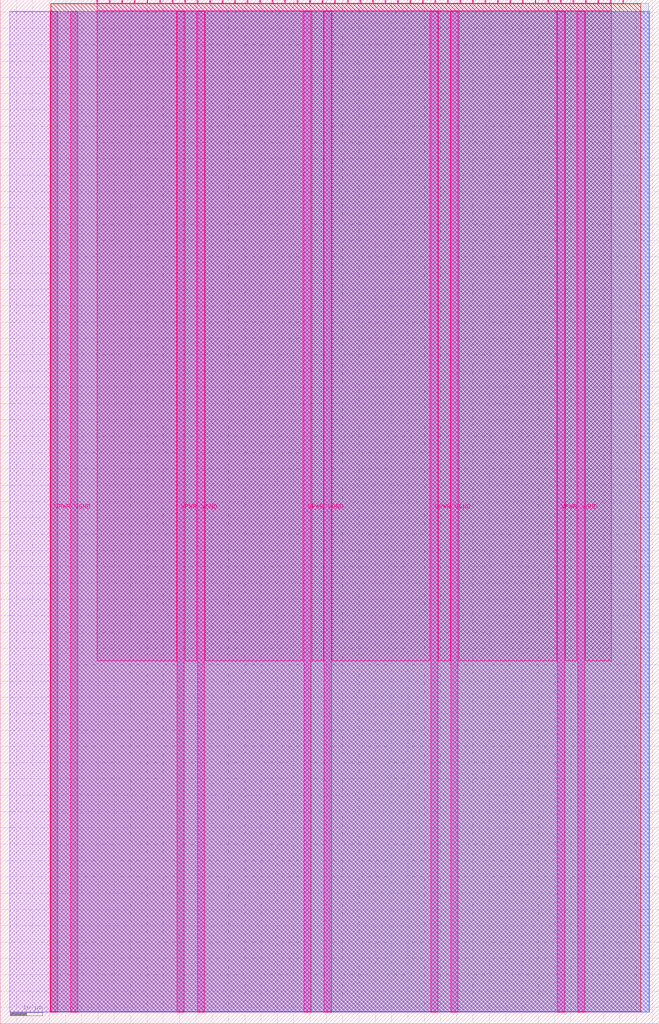
<source format=lef>
VERSION 5.7 ;
  NOWIREEXTENSIONATPIN ON ;
  DIVIDERCHAR "/" ;
  BUSBITCHARS "[]" ;
MACRO tt_um_stochastic_addmultiply_CL123abc
  CLASS BLOCK ;
  FOREIGN tt_um_stochastic_addmultiply_CL123abc ;
  ORIGIN 0.000 0.000 ;
  SIZE 202.080 BY 313.740 ;
  PIN VGND
    DIRECTION INOUT ;
    USE GROUND ;
    PORT
      LAYER Metal5 ;
        RECT 21.580 3.560 23.780 310.180 ;
    END
    PORT
      LAYER Metal5 ;
        RECT 60.450 3.560 62.650 310.180 ;
    END
    PORT
      LAYER Metal5 ;
        RECT 99.320 3.560 101.520 310.180 ;
    END
    PORT
      LAYER Metal5 ;
        RECT 138.190 3.560 140.390 310.180 ;
    END
    PORT
      LAYER Metal5 ;
        RECT 177.060 3.560 179.260 310.180 ;
    END
  END VGND
  PIN VPWR
    DIRECTION INOUT ;
    USE POWER ;
    PORT
      LAYER Metal5 ;
        RECT 15.380 3.560 17.580 310.180 ;
    END
    PORT
      LAYER Metal5 ;
        RECT 54.250 3.560 56.450 310.180 ;
    END
    PORT
      LAYER Metal5 ;
        RECT 93.120 3.560 95.320 310.180 ;
    END
    PORT
      LAYER Metal5 ;
        RECT 131.990 3.560 134.190 310.180 ;
    END
    PORT
      LAYER Metal5 ;
        RECT 170.860 3.560 173.060 310.180 ;
    END
  END VPWR
  PIN clk
    DIRECTION INPUT ;
    USE SIGNAL ;
    ANTENNAGATEAREA 0.213200 ;
    PORT
      LAYER Metal5 ;
        RECT 187.050 312.740 187.350 313.740 ;
    END
  END clk
  PIN ena
    DIRECTION INPUT ;
    USE SIGNAL ;
    PORT
      LAYER Metal5 ;
        RECT 190.890 312.740 191.190 313.740 ;
    END
  END ena
  PIN rst_n
    DIRECTION INPUT ;
    USE SIGNAL ;
    ANTENNAGATEAREA 0.213200 ;
    PORT
      LAYER Metal5 ;
        RECT 183.210 312.740 183.510 313.740 ;
    END
  END rst_n
  PIN ui_in[0]
    DIRECTION INPUT ;
    USE SIGNAL ;
    ANTENNAGATEAREA 0.180700 ;
    PORT
      LAYER Metal5 ;
        RECT 179.370 312.740 179.670 313.740 ;
    END
  END ui_in[0]
  PIN ui_in[1]
    DIRECTION INPUT ;
    USE SIGNAL ;
    ANTENNAGATEAREA 0.180700 ;
    PORT
      LAYER Metal5 ;
        RECT 175.530 312.740 175.830 313.740 ;
    END
  END ui_in[1]
  PIN ui_in[2]
    DIRECTION INPUT ;
    USE SIGNAL ;
    PORT
      LAYER Metal5 ;
        RECT 171.690 312.740 171.990 313.740 ;
    END
  END ui_in[2]
  PIN ui_in[3]
    DIRECTION INPUT ;
    USE SIGNAL ;
    PORT
      LAYER Metal5 ;
        RECT 167.850 312.740 168.150 313.740 ;
    END
  END ui_in[3]
  PIN ui_in[4]
    DIRECTION INPUT ;
    USE SIGNAL ;
    PORT
      LAYER Metal5 ;
        RECT 164.010 312.740 164.310 313.740 ;
    END
  END ui_in[4]
  PIN ui_in[5]
    DIRECTION INPUT ;
    USE SIGNAL ;
    PORT
      LAYER Metal5 ;
        RECT 160.170 312.740 160.470 313.740 ;
    END
  END ui_in[5]
  PIN ui_in[6]
    DIRECTION INPUT ;
    USE SIGNAL ;
    PORT
      LAYER Metal5 ;
        RECT 156.330 312.740 156.630 313.740 ;
    END
  END ui_in[6]
  PIN ui_in[7]
    DIRECTION INPUT ;
    USE SIGNAL ;
    PORT
      LAYER Metal5 ;
        RECT 152.490 312.740 152.790 313.740 ;
    END
  END ui_in[7]
  PIN uio_in[0]
    DIRECTION INPUT ;
    USE SIGNAL ;
    PORT
      LAYER Metal5 ;
        RECT 148.650 312.740 148.950 313.740 ;
    END
  END uio_in[0]
  PIN uio_in[1]
    DIRECTION INPUT ;
    USE SIGNAL ;
    PORT
      LAYER Metal5 ;
        RECT 144.810 312.740 145.110 313.740 ;
    END
  END uio_in[1]
  PIN uio_in[2]
    DIRECTION INPUT ;
    USE SIGNAL ;
    PORT
      LAYER Metal5 ;
        RECT 140.970 312.740 141.270 313.740 ;
    END
  END uio_in[2]
  PIN uio_in[3]
    DIRECTION INPUT ;
    USE SIGNAL ;
    PORT
      LAYER Metal5 ;
        RECT 137.130 312.740 137.430 313.740 ;
    END
  END uio_in[3]
  PIN uio_in[4]
    DIRECTION INPUT ;
    USE SIGNAL ;
    PORT
      LAYER Metal5 ;
        RECT 133.290 312.740 133.590 313.740 ;
    END
  END uio_in[4]
  PIN uio_in[5]
    DIRECTION INPUT ;
    USE SIGNAL ;
    PORT
      LAYER Metal5 ;
        RECT 129.450 312.740 129.750 313.740 ;
    END
  END uio_in[5]
  PIN uio_in[6]
    DIRECTION INPUT ;
    USE SIGNAL ;
    PORT
      LAYER Metal5 ;
        RECT 125.610 312.740 125.910 313.740 ;
    END
  END uio_in[6]
  PIN uio_in[7]
    DIRECTION INPUT ;
    USE SIGNAL ;
    PORT
      LAYER Metal5 ;
        RECT 121.770 312.740 122.070 313.740 ;
    END
  END uio_in[7]
  PIN uio_oe[0]
    DIRECTION OUTPUT ;
    USE SIGNAL ;
    ANTENNADIFFAREA 0.299200 ;
    PORT
      LAYER Metal5 ;
        RECT 56.490 312.740 56.790 313.740 ;
    END
  END uio_oe[0]
  PIN uio_oe[1]
    DIRECTION OUTPUT ;
    USE SIGNAL ;
    ANTENNADIFFAREA 0.299200 ;
    PORT
      LAYER Metal5 ;
        RECT 52.650 312.740 52.950 313.740 ;
    END
  END uio_oe[1]
  PIN uio_oe[2]
    DIRECTION OUTPUT ;
    USE SIGNAL ;
    ANTENNADIFFAREA 0.299200 ;
    PORT
      LAYER Metal5 ;
        RECT 48.810 312.740 49.110 313.740 ;
    END
  END uio_oe[2]
  PIN uio_oe[3]
    DIRECTION OUTPUT ;
    USE SIGNAL ;
    ANTENNADIFFAREA 0.299200 ;
    PORT
      LAYER Metal5 ;
        RECT 44.970 312.740 45.270 313.740 ;
    END
  END uio_oe[3]
  PIN uio_oe[4]
    DIRECTION OUTPUT ;
    USE SIGNAL ;
    ANTENNADIFFAREA 0.299200 ;
    PORT
      LAYER Metal5 ;
        RECT 41.130 312.740 41.430 313.740 ;
    END
  END uio_oe[4]
  PIN uio_oe[5]
    DIRECTION OUTPUT ;
    USE SIGNAL ;
    ANTENNADIFFAREA 0.299200 ;
    PORT
      LAYER Metal5 ;
        RECT 37.290 312.740 37.590 313.740 ;
    END
  END uio_oe[5]
  PIN uio_oe[6]
    DIRECTION OUTPUT ;
    USE SIGNAL ;
    ANTENNADIFFAREA 0.299200 ;
    PORT
      LAYER Metal5 ;
        RECT 33.450 312.740 33.750 313.740 ;
    END
  END uio_oe[6]
  PIN uio_oe[7]
    DIRECTION OUTPUT ;
    USE SIGNAL ;
    ANTENNADIFFAREA 0.299200 ;
    PORT
      LAYER Metal5 ;
        RECT 29.610 312.740 29.910 313.740 ;
    END
  END uio_oe[7]
  PIN uio_out[0]
    DIRECTION OUTPUT ;
    USE SIGNAL ;
    ANTENNADIFFAREA 0.299200 ;
    PORT
      LAYER Metal5 ;
        RECT 87.210 312.740 87.510 313.740 ;
    END
  END uio_out[0]
  PIN uio_out[1]
    DIRECTION OUTPUT ;
    USE SIGNAL ;
    ANTENNADIFFAREA 0.299200 ;
    PORT
      LAYER Metal5 ;
        RECT 83.370 312.740 83.670 313.740 ;
    END
  END uio_out[1]
  PIN uio_out[2]
    DIRECTION OUTPUT ;
    USE SIGNAL ;
    ANTENNADIFFAREA 0.299200 ;
    PORT
      LAYER Metal5 ;
        RECT 79.530 312.740 79.830 313.740 ;
    END
  END uio_out[2]
  PIN uio_out[3]
    DIRECTION OUTPUT ;
    USE SIGNAL ;
    ANTENNADIFFAREA 0.299200 ;
    PORT
      LAYER Metal5 ;
        RECT 75.690 312.740 75.990 313.740 ;
    END
  END uio_out[3]
  PIN uio_out[4]
    DIRECTION OUTPUT ;
    USE SIGNAL ;
    ANTENNADIFFAREA 0.299200 ;
    PORT
      LAYER Metal5 ;
        RECT 71.850 312.740 72.150 313.740 ;
    END
  END uio_out[4]
  PIN uio_out[5]
    DIRECTION OUTPUT ;
    USE SIGNAL ;
    ANTENNADIFFAREA 0.299200 ;
    PORT
      LAYER Metal5 ;
        RECT 68.010 312.740 68.310 313.740 ;
    END
  END uio_out[5]
  PIN uio_out[6]
    DIRECTION OUTPUT ;
    USE SIGNAL ;
    ANTENNADIFFAREA 0.299200 ;
    PORT
      LAYER Metal5 ;
        RECT 64.170 312.740 64.470 313.740 ;
    END
  END uio_out[6]
  PIN uio_out[7]
    DIRECTION OUTPUT ;
    USE SIGNAL ;
    ANTENNADIFFAREA 0.299200 ;
    PORT
      LAYER Metal5 ;
        RECT 60.330 312.740 60.630 313.740 ;
    END
  END uio_out[7]
  PIN uo_out[0]
    DIRECTION OUTPUT ;
    USE SIGNAL ;
    ANTENNADIFFAREA 0.706800 ;
    PORT
      LAYER Metal5 ;
        RECT 117.930 312.740 118.230 313.740 ;
    END
  END uo_out[0]
  PIN uo_out[1]
    DIRECTION OUTPUT ;
    USE SIGNAL ;
    ANTENNADIFFAREA 0.706800 ;
    PORT
      LAYER Metal5 ;
        RECT 114.090 312.740 114.390 313.740 ;
    END
  END uo_out[1]
  PIN uo_out[2]
    DIRECTION OUTPUT ;
    USE SIGNAL ;
    ANTENNADIFFAREA 0.654800 ;
    PORT
      LAYER Metal5 ;
        RECT 110.250 312.740 110.550 313.740 ;
    END
  END uo_out[2]
  PIN uo_out[3]
    DIRECTION OUTPUT ;
    USE SIGNAL ;
    ANTENNADIFFAREA 0.654800 ;
    PORT
      LAYER Metal5 ;
        RECT 106.410 312.740 106.710 313.740 ;
    END
  END uo_out[3]
  PIN uo_out[4]
    DIRECTION OUTPUT ;
    USE SIGNAL ;
    ANTENNADIFFAREA 0.299200 ;
    PORT
      LAYER Metal5 ;
        RECT 102.570 312.740 102.870 313.740 ;
    END
  END uo_out[4]
  PIN uo_out[5]
    DIRECTION OUTPUT ;
    USE SIGNAL ;
    ANTENNADIFFAREA 0.299200 ;
    PORT
      LAYER Metal5 ;
        RECT 98.730 312.740 99.030 313.740 ;
    END
  END uo_out[5]
  PIN uo_out[6]
    DIRECTION OUTPUT ;
    USE SIGNAL ;
    ANTENNADIFFAREA 0.299200 ;
    PORT
      LAYER Metal5 ;
        RECT 94.890 312.740 95.190 313.740 ;
    END
  END uo_out[6]
  PIN uo_out[7]
    DIRECTION OUTPUT ;
    USE SIGNAL ;
    ANTENNADIFFAREA 0.299200 ;
    PORT
      LAYER Metal5 ;
        RECT 91.050 312.740 91.350 313.740 ;
    END
  END uo_out[7]
  OBS
      LAYER GatPoly ;
        RECT 2.880 3.630 199.200 310.110 ;
      LAYER Metal1 ;
        RECT 2.880 3.560 199.200 310.180 ;
      LAYER Metal2 ;
        RECT 15.515 3.680 198.995 310.060 ;
      LAYER Metal3 ;
        RECT 15.560 3.635 198.820 312.625 ;
      LAYER Metal4 ;
        RECT 15.515 3.680 196.465 312.580 ;
      LAYER Metal5 ;
        RECT 30.120 312.530 33.240 312.740 ;
        RECT 33.960 312.530 37.080 312.740 ;
        RECT 37.800 312.530 40.920 312.740 ;
        RECT 41.640 312.530 44.760 312.740 ;
        RECT 45.480 312.530 48.600 312.740 ;
        RECT 49.320 312.530 52.440 312.740 ;
        RECT 53.160 312.530 56.280 312.740 ;
        RECT 57.000 312.530 60.120 312.740 ;
        RECT 60.840 312.530 63.960 312.740 ;
        RECT 64.680 312.530 67.800 312.740 ;
        RECT 68.520 312.530 71.640 312.740 ;
        RECT 72.360 312.530 75.480 312.740 ;
        RECT 76.200 312.530 79.320 312.740 ;
        RECT 80.040 312.530 83.160 312.740 ;
        RECT 83.880 312.530 87.000 312.740 ;
        RECT 87.720 312.530 90.840 312.740 ;
        RECT 91.560 312.530 94.680 312.740 ;
        RECT 95.400 312.530 98.520 312.740 ;
        RECT 99.240 312.530 102.360 312.740 ;
        RECT 103.080 312.530 106.200 312.740 ;
        RECT 106.920 312.530 110.040 312.740 ;
        RECT 110.760 312.530 113.880 312.740 ;
        RECT 114.600 312.530 117.720 312.740 ;
        RECT 118.440 312.530 121.560 312.740 ;
        RECT 122.280 312.530 125.400 312.740 ;
        RECT 126.120 312.530 129.240 312.740 ;
        RECT 129.960 312.530 133.080 312.740 ;
        RECT 133.800 312.530 136.920 312.740 ;
        RECT 137.640 312.530 140.760 312.740 ;
        RECT 141.480 312.530 144.600 312.740 ;
        RECT 145.320 312.530 148.440 312.740 ;
        RECT 149.160 312.530 152.280 312.740 ;
        RECT 153.000 312.530 156.120 312.740 ;
        RECT 156.840 312.530 159.960 312.740 ;
        RECT 160.680 312.530 163.800 312.740 ;
        RECT 164.520 312.530 167.640 312.740 ;
        RECT 168.360 312.530 171.480 312.740 ;
        RECT 172.200 312.530 175.320 312.740 ;
        RECT 176.040 312.530 179.160 312.740 ;
        RECT 179.880 312.530 183.000 312.740 ;
        RECT 183.720 312.530 186.840 312.740 ;
        RECT 29.660 310.390 187.300 312.530 ;
        RECT 29.660 111.155 54.040 310.390 ;
        RECT 56.660 111.155 60.240 310.390 ;
        RECT 62.860 111.155 92.910 310.390 ;
        RECT 95.530 111.155 99.110 310.390 ;
        RECT 101.730 111.155 131.780 310.390 ;
        RECT 134.400 111.155 137.980 310.390 ;
        RECT 140.600 111.155 170.650 310.390 ;
        RECT 173.270 111.155 176.850 310.390 ;
        RECT 179.470 111.155 187.300 310.390 ;
  END
END tt_um_stochastic_addmultiply_CL123abc
END LIBRARY


</source>
